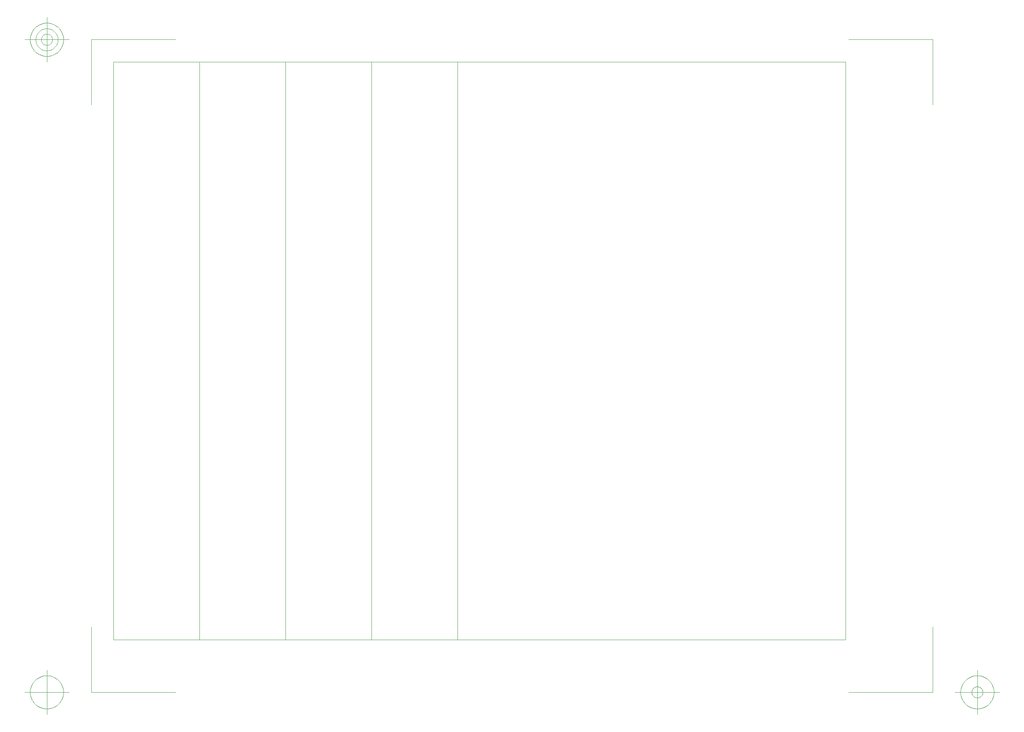
<source format=gbr>
G04 Generated by Ultiboard *
%FSLAX25Y25*%
%MOMM*%

%ADD10C,0.00100*%
%ADD11C,0.10000*%


%LNMechanical Layer 2*%
%LPD*%
%FSLAX25Y25*%
%MOMM*%
G54D10*
X1940000Y0D02*
X0Y0D01*
X0Y13040000D02*
X1940000Y13040000D01*
X0Y0D02*
X0Y13040000D01*
X1940000Y13040000D02*
X1940000Y0D01*
X3880000Y0D02*
X1940000Y0D01*
X1940000Y0D02*
X1940000Y13040000D01*
X3880000Y13040000D02*
X3880000Y0D01*
X5820000Y0D02*
X3880000Y0D01*
X3880000Y0D02*
X3880000Y13040000D01*
X5820000Y13040000D02*
X5820000Y0D01*
X7760000Y0D02*
X5820000Y0D01*
X5820000Y0D02*
X5820000Y13040000D01*
X7760000Y13040000D02*
X7760000Y0D01*
X7760000Y0D02*
X16500000Y0D01*
X16500000Y0D02*
X16500000Y13040000D01*
X16500000Y13040000D02*
X7760000Y13040000D01*
X5820000Y13040000D02*
X7760000Y13040000D01*
X1940000Y13040000D02*
X3880000Y13040000D01*
X3880000Y13040000D02*
X5820000Y13040000D01*
G54D11*
X-500000Y-1186867D02*
X-500000Y285820D01*
X-500000Y-1186867D02*
X1397147Y-1186867D01*
X18471467Y-1186867D02*
X16574320Y-1186867D01*
X18471467Y-1186867D02*
X18471467Y285820D01*
X18471467Y13540000D02*
X18471467Y12067314D01*
X18471467Y13540000D02*
X16574320Y13540000D01*
X-500000Y13540000D02*
X1397147Y13540000D01*
X-500000Y13540000D02*
X-500000Y12067314D01*
X-1000000Y-1186867D02*
X-2000000Y-1186867D01*
X-1500000Y-1686867D02*
X-1500000Y-686867D01*
X-1125000Y-1186867D02*
X-1126806Y-1150110D01*
X-1126806Y-1150110D02*
X-1132206Y-1113708D01*
X-1132206Y-1113708D02*
X-1141147Y-1078010D01*
X-1141147Y-1078010D02*
X-1153545Y-1043360D01*
X-1153545Y-1043360D02*
X-1169280Y-1010093D01*
X-1169280Y-1010093D02*
X-1188199Y-978528D01*
X-1188199Y-978528D02*
X-1210121Y-948969D01*
X-1210121Y-948969D02*
X-1234835Y-921702D01*
X-1234835Y-921702D02*
X-1262103Y-896988D01*
X-1262103Y-896988D02*
X-1291661Y-875066D01*
X-1291661Y-875066D02*
X-1323226Y-856146D01*
X-1323226Y-856146D02*
X-1356494Y-840412D01*
X-1356494Y-840412D02*
X-1391143Y-828014D01*
X-1391143Y-828014D02*
X-1426841Y-819072D01*
X-1426841Y-819072D02*
X-1463244Y-813672D01*
X-1463244Y-813672D02*
X-1500000Y-811867D01*
X-1500000Y-811867D02*
X-1536756Y-813672D01*
X-1536756Y-813672D02*
X-1573159Y-819072D01*
X-1573159Y-819072D02*
X-1608857Y-828014D01*
X-1608857Y-828014D02*
X-1643506Y-840412D01*
X-1643506Y-840412D02*
X-1676774Y-856146D01*
X-1676774Y-856146D02*
X-1708339Y-875066D01*
X-1708339Y-875066D02*
X-1737897Y-896988D01*
X-1737897Y-896988D02*
X-1765165Y-921702D01*
X-1765165Y-921702D02*
X-1789879Y-948969D01*
X-1789879Y-948969D02*
X-1811801Y-978528D01*
X-1811801Y-978528D02*
X-1830720Y-1010093D01*
X-1830720Y-1010093D02*
X-1846455Y-1043360D01*
X-1846455Y-1043360D02*
X-1858853Y-1078010D01*
X-1858853Y-1078010D02*
X-1867794Y-1113708D01*
X-1867794Y-1113708D02*
X-1873194Y-1150110D01*
X-1873194Y-1150110D02*
X-1875000Y-1186867D01*
X-1875000Y-1186867D02*
X-1873194Y-1223623D01*
X-1873194Y-1223623D02*
X-1867794Y-1260025D01*
X-1867794Y-1260025D02*
X-1858853Y-1295723D01*
X-1858853Y-1295723D02*
X-1846455Y-1330373D01*
X-1846455Y-1330373D02*
X-1830720Y-1363640D01*
X-1830720Y-1363640D02*
X-1811801Y-1395205D01*
X-1811801Y-1395205D02*
X-1789879Y-1424764D01*
X-1789879Y-1424764D02*
X-1765165Y-1452032D01*
X-1765165Y-1452032D02*
X-1737897Y-1476746D01*
X-1737897Y-1476746D02*
X-1708339Y-1498668D01*
X-1708339Y-1498668D02*
X-1676774Y-1517587D01*
X-1676774Y-1517587D02*
X-1643506Y-1533321D01*
X-1643506Y-1533321D02*
X-1608857Y-1545719D01*
X-1608857Y-1545719D02*
X-1573159Y-1554661D01*
X-1573159Y-1554661D02*
X-1536756Y-1560061D01*
X-1536756Y-1560061D02*
X-1500000Y-1561867D01*
X-1500000Y-1561867D02*
X-1463244Y-1560061D01*
X-1463244Y-1560061D02*
X-1426841Y-1554661D01*
X-1426841Y-1554661D02*
X-1391143Y-1545719D01*
X-1391143Y-1545719D02*
X-1356494Y-1533321D01*
X-1356494Y-1533321D02*
X-1323226Y-1517587D01*
X-1323226Y-1517587D02*
X-1291661Y-1498668D01*
X-1291661Y-1498668D02*
X-1262103Y-1476746D01*
X-1262103Y-1476746D02*
X-1234835Y-1452032D01*
X-1234835Y-1452032D02*
X-1210121Y-1424764D01*
X-1210121Y-1424764D02*
X-1188199Y-1395205D01*
X-1188199Y-1395205D02*
X-1169280Y-1363640D01*
X-1169280Y-1363640D02*
X-1153545Y-1330373D01*
X-1153545Y-1330373D02*
X-1141147Y-1295723D01*
X-1141147Y-1295723D02*
X-1132206Y-1260025D01*
X-1132206Y-1260025D02*
X-1126806Y-1223623D01*
X-1126806Y-1223623D02*
X-1125000Y-1186867D01*
X18971467Y-1186867D02*
X19971467Y-1186867D01*
X19471467Y-1686867D02*
X19471467Y-686867D01*
X19846467Y-1186867D02*
X19844661Y-1150110D01*
X19844661Y-1150110D02*
X19839261Y-1113708D01*
X19839261Y-1113708D02*
X19830319Y-1078010D01*
X19830319Y-1078010D02*
X19817922Y-1043360D01*
X19817922Y-1043360D02*
X19802187Y-1010093D01*
X19802187Y-1010093D02*
X19783268Y-978528D01*
X19783268Y-978528D02*
X19761346Y-948969D01*
X19761346Y-948969D02*
X19736632Y-921702D01*
X19736632Y-921702D02*
X19709364Y-896988D01*
X19709364Y-896988D02*
X19679806Y-875066D01*
X19679806Y-875066D02*
X19648240Y-856146D01*
X19648240Y-856146D02*
X19614973Y-840412D01*
X19614973Y-840412D02*
X19580323Y-828014D01*
X19580323Y-828014D02*
X19544626Y-819072D01*
X19544626Y-819072D02*
X19508223Y-813672D01*
X19508223Y-813672D02*
X19471467Y-811867D01*
X19471467Y-811867D02*
X19434710Y-813672D01*
X19434710Y-813672D02*
X19398308Y-819072D01*
X19398308Y-819072D02*
X19362610Y-828014D01*
X19362610Y-828014D02*
X19327961Y-840412D01*
X19327961Y-840412D02*
X19294693Y-856146D01*
X19294693Y-856146D02*
X19263128Y-875066D01*
X19263128Y-875066D02*
X19233569Y-896988D01*
X19233569Y-896988D02*
X19206302Y-921702D01*
X19206302Y-921702D02*
X19181588Y-948969D01*
X19181588Y-948969D02*
X19159666Y-978528D01*
X19159666Y-978528D02*
X19140746Y-1010093D01*
X19140746Y-1010093D02*
X19125012Y-1043360D01*
X19125012Y-1043360D02*
X19112614Y-1078010D01*
X19112614Y-1078010D02*
X19103672Y-1113708D01*
X19103672Y-1113708D02*
X19098273Y-1150110D01*
X19098273Y-1150110D02*
X19096467Y-1186867D01*
X19096467Y-1186867D02*
X19098273Y-1223623D01*
X19098273Y-1223623D02*
X19103672Y-1260025D01*
X19103672Y-1260025D02*
X19112614Y-1295723D01*
X19112614Y-1295723D02*
X19125012Y-1330373D01*
X19125012Y-1330373D02*
X19140746Y-1363640D01*
X19140746Y-1363640D02*
X19159666Y-1395205D01*
X19159666Y-1395205D02*
X19181588Y-1424764D01*
X19181588Y-1424764D02*
X19206302Y-1452032D01*
X19206302Y-1452032D02*
X19233569Y-1476746D01*
X19233569Y-1476746D02*
X19263128Y-1498668D01*
X19263128Y-1498668D02*
X19294693Y-1517587D01*
X19294693Y-1517587D02*
X19327961Y-1533321D01*
X19327961Y-1533321D02*
X19362610Y-1545719D01*
X19362610Y-1545719D02*
X19398308Y-1554661D01*
X19398308Y-1554661D02*
X19434710Y-1560061D01*
X19434710Y-1560061D02*
X19471467Y-1561867D01*
X19471467Y-1561867D02*
X19508223Y-1560061D01*
X19508223Y-1560061D02*
X19544626Y-1554661D01*
X19544626Y-1554661D02*
X19580323Y-1545719D01*
X19580323Y-1545719D02*
X19614973Y-1533321D01*
X19614973Y-1533321D02*
X19648240Y-1517587D01*
X19648240Y-1517587D02*
X19679806Y-1498668D01*
X19679806Y-1498668D02*
X19709364Y-1476746D01*
X19709364Y-1476746D02*
X19736632Y-1452032D01*
X19736632Y-1452032D02*
X19761346Y-1424764D01*
X19761346Y-1424764D02*
X19783268Y-1395205D01*
X19783268Y-1395205D02*
X19802187Y-1363640D01*
X19802187Y-1363640D02*
X19817922Y-1330373D01*
X19817922Y-1330373D02*
X19830319Y-1295723D01*
X19830319Y-1295723D02*
X19839261Y-1260025D01*
X19839261Y-1260025D02*
X19844661Y-1223623D01*
X19844661Y-1223623D02*
X19846467Y-1186867D01*
X19596467Y-1186867D02*
X19595865Y-1174615D01*
X19595865Y-1174615D02*
X19594065Y-1162480D01*
X19594065Y-1162480D02*
X19591084Y-1150581D01*
X19591084Y-1150581D02*
X19586952Y-1139031D01*
X19586952Y-1139031D02*
X19581707Y-1127942D01*
X19581707Y-1127942D02*
X19575400Y-1117420D01*
X19575400Y-1117420D02*
X19568093Y-1107568D01*
X19568093Y-1107568D02*
X19559855Y-1098478D01*
X19559855Y-1098478D02*
X19550766Y-1090240D01*
X19550766Y-1090240D02*
X19540913Y-1082933D01*
X19540913Y-1082933D02*
X19530391Y-1076627D01*
X19530391Y-1076627D02*
X19519302Y-1071382D01*
X19519302Y-1071382D02*
X19507752Y-1067249D01*
X19507752Y-1067249D02*
X19495853Y-1064269D01*
X19495853Y-1064269D02*
X19483719Y-1062469D01*
X19483719Y-1062469D02*
X19471467Y-1061867D01*
X19471467Y-1061867D02*
X19459215Y-1062469D01*
X19459215Y-1062469D02*
X19447081Y-1064269D01*
X19447081Y-1064269D02*
X19435181Y-1067249D01*
X19435181Y-1067249D02*
X19423631Y-1071382D01*
X19423631Y-1071382D02*
X19412542Y-1076627D01*
X19412542Y-1076627D02*
X19402021Y-1082933D01*
X19402021Y-1082933D02*
X19392168Y-1090240D01*
X19392168Y-1090240D02*
X19383078Y-1098478D01*
X19383078Y-1098478D02*
X19374840Y-1107568D01*
X19374840Y-1107568D02*
X19367533Y-1117420D01*
X19367533Y-1117420D02*
X19361227Y-1127942D01*
X19361227Y-1127942D02*
X19355982Y-1139031D01*
X19355982Y-1139031D02*
X19351849Y-1150581D01*
X19351849Y-1150581D02*
X19348869Y-1162480D01*
X19348869Y-1162480D02*
X19347069Y-1174615D01*
X19347069Y-1174615D02*
X19346467Y-1186867D01*
X19346467Y-1186867D02*
X19347069Y-1199119D01*
X19347069Y-1199119D02*
X19348869Y-1211253D01*
X19348869Y-1211253D02*
X19351849Y-1223152D01*
X19351849Y-1223152D02*
X19355982Y-1234702D01*
X19355982Y-1234702D02*
X19361227Y-1245791D01*
X19361227Y-1245791D02*
X19367533Y-1256313D01*
X19367533Y-1256313D02*
X19374840Y-1266166D01*
X19374840Y-1266166D02*
X19383078Y-1275255D01*
X19383078Y-1275255D02*
X19392168Y-1283493D01*
X19392168Y-1283493D02*
X19402021Y-1290800D01*
X19402021Y-1290800D02*
X19412542Y-1297107D01*
X19412542Y-1297107D02*
X19423631Y-1302352D01*
X19423631Y-1302352D02*
X19435181Y-1306484D01*
X19435181Y-1306484D02*
X19447081Y-1309465D01*
X19447081Y-1309465D02*
X19459215Y-1311265D01*
X19459215Y-1311265D02*
X19471467Y-1311867D01*
X19471467Y-1311867D02*
X19483719Y-1311265D01*
X19483719Y-1311265D02*
X19495853Y-1309465D01*
X19495853Y-1309465D02*
X19507752Y-1306484D01*
X19507752Y-1306484D02*
X19519302Y-1302352D01*
X19519302Y-1302352D02*
X19530391Y-1297107D01*
X19530391Y-1297107D02*
X19540913Y-1290800D01*
X19540913Y-1290800D02*
X19550766Y-1283493D01*
X19550766Y-1283493D02*
X19559855Y-1275255D01*
X19559855Y-1275255D02*
X19568093Y-1266166D01*
X19568093Y-1266166D02*
X19575400Y-1256313D01*
X19575400Y-1256313D02*
X19581707Y-1245791D01*
X19581707Y-1245791D02*
X19586952Y-1234702D01*
X19586952Y-1234702D02*
X19591084Y-1223152D01*
X19591084Y-1223152D02*
X19594065Y-1211253D01*
X19594065Y-1211253D02*
X19595865Y-1199119D01*
X19595865Y-1199119D02*
X19596467Y-1186867D01*
X-1000000Y13540000D02*
X-2000000Y13540000D01*
X-1500000Y13040000D02*
X-1500000Y14040000D01*
X-1125000Y13540000D02*
X-1126806Y13576757D01*
X-1126806Y13576757D02*
X-1132206Y13613159D01*
X-1132206Y13613159D02*
X-1141147Y13648857D01*
X-1141147Y13648857D02*
X-1153545Y13683506D01*
X-1153545Y13683506D02*
X-1169280Y13716774D01*
X-1169280Y13716774D02*
X-1188199Y13748339D01*
X-1188199Y13748339D02*
X-1210121Y13777898D01*
X-1210121Y13777898D02*
X-1234835Y13805165D01*
X-1234835Y13805165D02*
X-1262103Y13829879D01*
X-1262103Y13829879D02*
X-1291661Y13851801D01*
X-1291661Y13851801D02*
X-1323226Y13870721D01*
X-1323226Y13870721D02*
X-1356494Y13886455D01*
X-1356494Y13886455D02*
X-1391143Y13898853D01*
X-1391143Y13898853D02*
X-1426841Y13907795D01*
X-1426841Y13907795D02*
X-1463244Y13913194D01*
X-1463244Y13913194D02*
X-1500000Y13915000D01*
X-1500000Y13915000D02*
X-1536756Y13913194D01*
X-1536756Y13913194D02*
X-1573159Y13907795D01*
X-1573159Y13907795D02*
X-1608857Y13898853D01*
X-1608857Y13898853D02*
X-1643506Y13886455D01*
X-1643506Y13886455D02*
X-1676774Y13870721D01*
X-1676774Y13870721D02*
X-1708339Y13851801D01*
X-1708339Y13851801D02*
X-1737897Y13829879D01*
X-1737897Y13829879D02*
X-1765165Y13805165D01*
X-1765165Y13805165D02*
X-1789879Y13777898D01*
X-1789879Y13777898D02*
X-1811801Y13748339D01*
X-1811801Y13748339D02*
X-1830720Y13716774D01*
X-1830720Y13716774D02*
X-1846455Y13683506D01*
X-1846455Y13683506D02*
X-1858853Y13648857D01*
X-1858853Y13648857D02*
X-1867794Y13613159D01*
X-1867794Y13613159D02*
X-1873194Y13576757D01*
X-1873194Y13576757D02*
X-1875000Y13540000D01*
X-1875000Y13540000D02*
X-1873194Y13503244D01*
X-1873194Y13503244D02*
X-1867794Y13466841D01*
X-1867794Y13466841D02*
X-1858853Y13431143D01*
X-1858853Y13431143D02*
X-1846455Y13396494D01*
X-1846455Y13396494D02*
X-1830720Y13363226D01*
X-1830720Y13363226D02*
X-1811801Y13331661D01*
X-1811801Y13331661D02*
X-1789879Y13302103D01*
X-1789879Y13302103D02*
X-1765165Y13274835D01*
X-1765165Y13274835D02*
X-1737897Y13250121D01*
X-1737897Y13250121D02*
X-1708339Y13228199D01*
X-1708339Y13228199D02*
X-1676774Y13209280D01*
X-1676774Y13209280D02*
X-1643506Y13193545D01*
X-1643506Y13193545D02*
X-1608857Y13181148D01*
X-1608857Y13181148D02*
X-1573159Y13172206D01*
X-1573159Y13172206D02*
X-1536756Y13166806D01*
X-1536756Y13166806D02*
X-1500000Y13165000D01*
X-1500000Y13165000D02*
X-1463244Y13166806D01*
X-1463244Y13166806D02*
X-1426841Y13172206D01*
X-1426841Y13172206D02*
X-1391143Y13181148D01*
X-1391143Y13181148D02*
X-1356494Y13193545D01*
X-1356494Y13193545D02*
X-1323226Y13209280D01*
X-1323226Y13209280D02*
X-1291661Y13228199D01*
X-1291661Y13228199D02*
X-1262103Y13250121D01*
X-1262103Y13250121D02*
X-1234835Y13274835D01*
X-1234835Y13274835D02*
X-1210121Y13302103D01*
X-1210121Y13302103D02*
X-1188199Y13331661D01*
X-1188199Y13331661D02*
X-1169280Y13363226D01*
X-1169280Y13363226D02*
X-1153545Y13396494D01*
X-1153545Y13396494D02*
X-1141147Y13431143D01*
X-1141147Y13431143D02*
X-1132206Y13466841D01*
X-1132206Y13466841D02*
X-1126806Y13503244D01*
X-1126806Y13503244D02*
X-1125000Y13540000D01*
X-1250000Y13540000D02*
X-1251204Y13564504D01*
X-1251204Y13564504D02*
X-1254804Y13588773D01*
X-1254804Y13588773D02*
X-1260765Y13612571D01*
X-1260765Y13612571D02*
X-1269030Y13635671D01*
X-1269030Y13635671D02*
X-1279520Y13657849D01*
X-1279520Y13657849D02*
X-1292133Y13678893D01*
X-1292133Y13678893D02*
X-1306747Y13698598D01*
X-1306747Y13698598D02*
X-1323223Y13716777D01*
X-1323223Y13716777D02*
X-1341402Y13733253D01*
X-1341402Y13733253D02*
X-1361108Y13747868D01*
X-1361108Y13747868D02*
X-1382151Y13760480D01*
X-1382151Y13760480D02*
X-1404329Y13770970D01*
X-1404329Y13770970D02*
X-1427429Y13779235D01*
X-1427429Y13779235D02*
X-1451228Y13785196D01*
X-1451228Y13785196D02*
X-1475496Y13788796D01*
X-1475496Y13788796D02*
X-1500000Y13790000D01*
X-1500000Y13790000D02*
X-1524504Y13788796D01*
X-1524504Y13788796D02*
X-1548773Y13785196D01*
X-1548773Y13785196D02*
X-1572571Y13779235D01*
X-1572571Y13779235D02*
X-1595671Y13770970D01*
X-1595671Y13770970D02*
X-1617849Y13760480D01*
X-1617849Y13760480D02*
X-1638893Y13747868D01*
X-1638893Y13747868D02*
X-1658598Y13733253D01*
X-1658598Y13733253D02*
X-1676777Y13716777D01*
X-1676777Y13716777D02*
X-1693253Y13698598D01*
X-1693253Y13698598D02*
X-1707867Y13678893D01*
X-1707867Y13678893D02*
X-1720480Y13657849D01*
X-1720480Y13657849D02*
X-1730970Y13635671D01*
X-1730970Y13635671D02*
X-1739235Y13612571D01*
X-1739235Y13612571D02*
X-1745196Y13588773D01*
X-1745196Y13588773D02*
X-1748796Y13564504D01*
X-1748796Y13564504D02*
X-1750000Y13540000D01*
X-1750000Y13540000D02*
X-1748796Y13515496D01*
X-1748796Y13515496D02*
X-1745196Y13491228D01*
X-1745196Y13491228D02*
X-1739235Y13467429D01*
X-1739235Y13467429D02*
X-1730970Y13444329D01*
X-1730970Y13444329D02*
X-1720480Y13422151D01*
X-1720480Y13422151D02*
X-1707867Y13401108D01*
X-1707867Y13401108D02*
X-1693253Y13381402D01*
X-1693253Y13381402D02*
X-1676777Y13363223D01*
X-1676777Y13363223D02*
X-1658598Y13346748D01*
X-1658598Y13346748D02*
X-1638893Y13332133D01*
X-1638893Y13332133D02*
X-1617849Y13319520D01*
X-1617849Y13319520D02*
X-1595671Y13309030D01*
X-1595671Y13309030D02*
X-1572571Y13300765D01*
X-1572571Y13300765D02*
X-1548773Y13294804D01*
X-1548773Y13294804D02*
X-1524504Y13291204D01*
X-1524504Y13291204D02*
X-1500000Y13290000D01*
X-1500000Y13290000D02*
X-1475496Y13291204D01*
X-1475496Y13291204D02*
X-1451228Y13294804D01*
X-1451228Y13294804D02*
X-1427429Y13300765D01*
X-1427429Y13300765D02*
X-1404329Y13309030D01*
X-1404329Y13309030D02*
X-1382151Y13319520D01*
X-1382151Y13319520D02*
X-1361108Y13332133D01*
X-1361108Y13332133D02*
X-1341402Y13346748D01*
X-1341402Y13346748D02*
X-1323223Y13363223D01*
X-1323223Y13363223D02*
X-1306747Y13381402D01*
X-1306747Y13381402D02*
X-1292133Y13401108D01*
X-1292133Y13401108D02*
X-1279520Y13422151D01*
X-1279520Y13422151D02*
X-1269030Y13444329D01*
X-1269030Y13444329D02*
X-1260765Y13467429D01*
X-1260765Y13467429D02*
X-1254804Y13491228D01*
X-1254804Y13491228D02*
X-1251204Y13515496D01*
X-1251204Y13515496D02*
X-1250000Y13540000D01*
X-1375000Y13540000D02*
X-1375602Y13552252D01*
X-1375602Y13552252D02*
X-1377402Y13564386D01*
X-1377402Y13564386D02*
X-1380383Y13576286D01*
X-1380383Y13576286D02*
X-1384515Y13587836D01*
X-1384515Y13587836D02*
X-1389760Y13598925D01*
X-1389760Y13598925D02*
X-1396066Y13609446D01*
X-1396066Y13609446D02*
X-1403374Y13619299D01*
X-1403374Y13619299D02*
X-1411612Y13628388D01*
X-1411612Y13628388D02*
X-1420701Y13636626D01*
X-1420701Y13636626D02*
X-1430554Y13643934D01*
X-1430554Y13643934D02*
X-1441076Y13650240D01*
X-1441076Y13650240D02*
X-1452165Y13655485D01*
X-1452165Y13655485D02*
X-1463715Y13659618D01*
X-1463715Y13659618D02*
X-1475614Y13662598D01*
X-1475614Y13662598D02*
X-1487748Y13664398D01*
X-1487748Y13664398D02*
X-1500000Y13665000D01*
X-1500000Y13665000D02*
X-1512252Y13664398D01*
X-1512252Y13664398D02*
X-1524386Y13662598D01*
X-1524386Y13662598D02*
X-1536286Y13659618D01*
X-1536286Y13659618D02*
X-1547835Y13655485D01*
X-1547835Y13655485D02*
X-1558925Y13650240D01*
X-1558925Y13650240D02*
X-1569446Y13643934D01*
X-1569446Y13643934D02*
X-1579299Y13636626D01*
X-1579299Y13636626D02*
X-1588388Y13628388D01*
X-1588388Y13628388D02*
X-1596626Y13619299D01*
X-1596626Y13619299D02*
X-1603934Y13609446D01*
X-1603934Y13609446D02*
X-1610240Y13598925D01*
X-1610240Y13598925D02*
X-1615485Y13587836D01*
X-1615485Y13587836D02*
X-1619618Y13576286D01*
X-1619618Y13576286D02*
X-1622598Y13564386D01*
X-1622598Y13564386D02*
X-1624398Y13552252D01*
X-1624398Y13552252D02*
X-1625000Y13540000D01*
X-1625000Y13540000D02*
X-1624398Y13527748D01*
X-1624398Y13527748D02*
X-1622598Y13515614D01*
X-1622598Y13515614D02*
X-1619618Y13503715D01*
X-1619618Y13503715D02*
X-1615485Y13492165D01*
X-1615485Y13492165D02*
X-1610240Y13481076D01*
X-1610240Y13481076D02*
X-1603934Y13470554D01*
X-1603934Y13470554D02*
X-1596626Y13460701D01*
X-1596626Y13460701D02*
X-1588388Y13451612D01*
X-1588388Y13451612D02*
X-1579299Y13443374D01*
X-1579299Y13443374D02*
X-1569446Y13436066D01*
X-1569446Y13436066D02*
X-1558925Y13429760D01*
X-1558925Y13429760D02*
X-1547835Y13424515D01*
X-1547835Y13424515D02*
X-1536286Y13420383D01*
X-1536286Y13420383D02*
X-1524386Y13417402D01*
X-1524386Y13417402D02*
X-1512252Y13415602D01*
X-1512252Y13415602D02*
X-1500000Y13415000D01*
X-1500000Y13415000D02*
X-1487748Y13415602D01*
X-1487748Y13415602D02*
X-1475614Y13417402D01*
X-1475614Y13417402D02*
X-1463715Y13420383D01*
X-1463715Y13420383D02*
X-1452165Y13424515D01*
X-1452165Y13424515D02*
X-1441076Y13429760D01*
X-1441076Y13429760D02*
X-1430554Y13436066D01*
X-1430554Y13436066D02*
X-1420701Y13443374D01*
X-1420701Y13443374D02*
X-1411612Y13451612D01*
X-1411612Y13451612D02*
X-1403374Y13460701D01*
X-1403374Y13460701D02*
X-1396066Y13470554D01*
X-1396066Y13470554D02*
X-1389760Y13481076D01*
X-1389760Y13481076D02*
X-1384515Y13492165D01*
X-1384515Y13492165D02*
X-1380383Y13503715D01*
X-1380383Y13503715D02*
X-1377402Y13515614D01*
X-1377402Y13515614D02*
X-1375602Y13527748D01*
X-1375602Y13527748D02*
X-1375000Y13540000D01*

M00*

</source>
